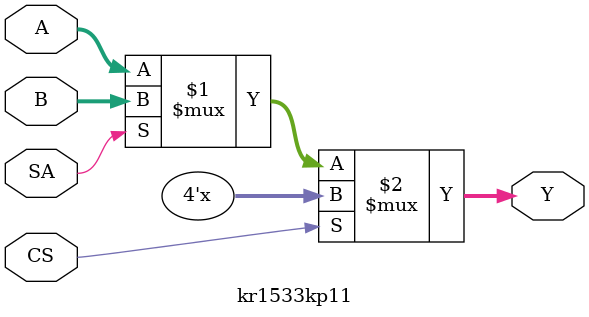
<source format=v>
`timescale 1 ns / 10 ps
module kr1533kp11 #(parameter DELAY_RISE = 1, DELAY_FALL = 1)
(
    input [3:0] A,
    input [3:0] B,
    input SA,
    input CS,

    output [3:0] Y
);
assign #(DELAY_RISE, DELAY_FALL) Y = (CS)?(4'bz):((SA)?(B):(A));
endmodule
</source>
